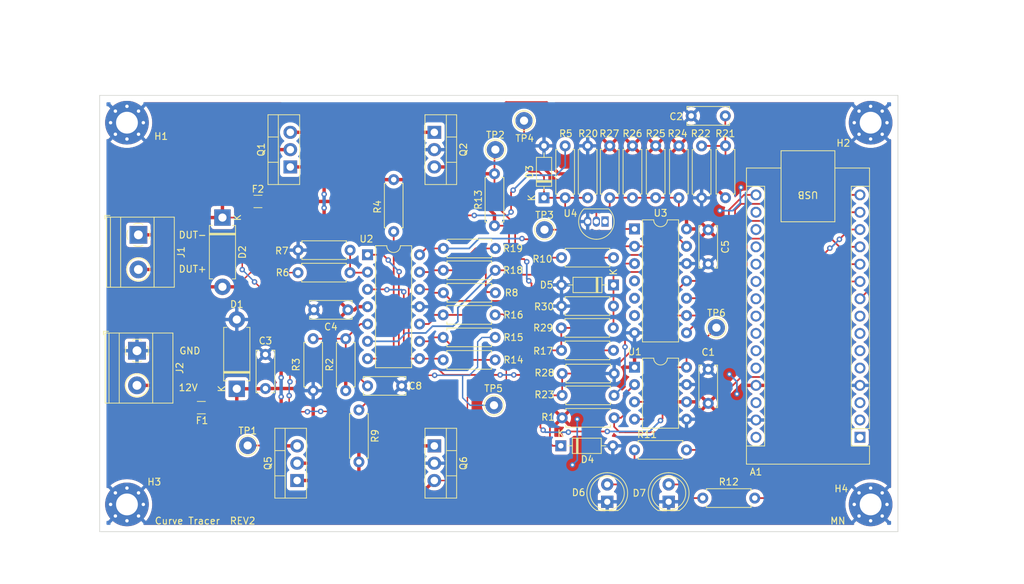
<source format=kicad_pcb>
(kicad_pcb (version 20221018) (generator pcbnew)
  (title_block (title "USB Curve Tracer Layout") (date "2023-08-10") (rev "2"))
  (layers (0 "F.Cu" signal) (31 "B.Cu" signal) (34 "B.Paste" user) (35 "F.Paste" user) (36 "B.SilkS" user "B.Silkscreen") (37 "F.SilkS" user "F.Silkscreen") (38 "B.Mask" user) (39 "F.Mask" user) (44 "Edge.Cuts" user))
  (net 0 "")
  (net 1 "GND")
  (net 4 "+5V")
  (net 10 "Net-(A1-D6)")
  (net 11 "Net-(A1-D7)")
  (net 12 "Net-(A1-D8)")
  (net 13 "Net-(A1-D9)")
  (net 14 "Net-(A1-D10)")
  (net 15 "Net-(A1-D11)")
  (net 16 "+12V")
  (net 17 "Net-(A1-D12)")
  (net 18 "Net-(A1-D13)")
  (net 31 "Net-(U2B-+)")
  (net 32 "/IV_Variation/DUT-")
  (net 33 "/IV_Variation/DUT+")
  (net 34 "Net-(D6-A)")
  (net 35 "Net-(D7-A)")
  (net 36 "Net-(J2-Pin_2)")
  (net 37 "Net-(F2-Pad2)")
  (net 38 "Net-(Q1-G)")
  (net 39 "V{slash}2")
  (net 40 "Net-(Q5-G)")
  (net 41 "Net-(R4-Pad1)")
  (net 42 "Net-(U2A--)")
  (net 43 "/IV_Variation/V{slash}4")
  (net 44 "Net-(U2D-+)")
  (net 45 "Net-(R9-Pad1)")
  (net 46 "Net-(U2C--)")
  (net 47 "/IV_Variation/DUT_V")
  (net 48 "Net-(U2C-+)")
  (net 49 "Net-(U2D--)")
  (net 50 "/IV_Variation/DUT_I")
  (net 51 "Net-(R14-Pad2)")
  (net 52 "/IV_Variation/VADJ")
  (net 56 "Net-(R19-Pad2)")
  (net 57 "Net-(U3-Vref)")
  (footprint "Resistor_THT:R_Axial_DIN0207_L6.3mm_D2.5mm_P7.62mm_Horizontal" (layer "F.Cu") (at 164.492056 76.382944 -90)
    (fp_text reference "R25")
    (fp_text value "10k")
  )
  (footprint "Resistor_THT:R_Axial_DIN0207_L6.3mm_D2.5mm_P7.62mm_Horizontal" (layer "F.Cu") (at 150.79 116.3)
    (fp_text reference "R1")
    (fp_text value "10k")
  )
  (footprint "Resistor_THT:R_Axial_DIN0207_L6.3mm_D2.5mm_P7.62mm_Horizontal" (layer "F.Cu") (at 150.79 109.8)
    (fp_text reference "R28")
    (fp_text value "1k")
  )
  (footprint "TestPoint:TestPoint_THTPad_D2.5mm_Drill1.2mm" (layer "F.Cu") (at 104.697056 120.352944)
    (fp_text reference "TP1")
    (fp_text value "4952")
  )
  (footprint "Diode_THT:D_DO-35_SOD27_P7.62mm_Horizontal" (layer "F.Cu") (at 158.31 96.8 180)
    (fp_text reference "D5")
    (fp_text value "BZX79-C4V7")
  )
  (footprint "Diode_THT:D_DO-15_P10.16mm_Horizontal" (layer "F.Cu") (at 100.997056 86.917944 -90)
    (fp_text reference "D2")
    (fp_text value "SA13CA")
  )
  (footprint "Resistor_THT:R_Axial_DIN0207_L6.3mm_D2.5mm_P7.62mm_Horizontal" (layer "F.Cu") (at 171.397056 128.067944)
    (fp_text reference "R12")
    (fp_text value "619")
  )
  (footprint "Diode_THT:D_DO-35_SOD27_P7.62mm_Horizontal" (layer "F.Cu") (at 148.127056 84.017944 90)
    (fp_text reference "D3")
    (fp_text value "BZX79-C4V7")
  )
  (footprint "TestPoint:TestPoint_THTPad_D2.5mm_Drill1.2mm" (layer "F.Cu") (at 148.2 88.7)
    (fp_text reference "TP3")
    (fp_text value "4952")
  )
  (footprint "Package_TO_SOT_THT:TO-220-3_Vertical" (layer "F.Cu") (at 111.942056 125.492944 90)
    (fp_text reference "Q5")
    (fp_text value "IRF3205")
  )
  (footprint "Resistor_THT:R_Axial_DIN0207_L6.3mm_D2.5mm_P7.62mm_Horizontal" (layer "F.Cu") (at 154.527056 84.017944 90)
    (fp_text reference "R20")
    (fp_text value "1k")
  )
  (footprint "Package_DIP:DIP-8_W7.62mm" (layer "F.Cu") (at 161.397056 108.872944)
    (fp_text reference "U1")
    (fp_text value "MCP4911")
  )
  (footprint "Diode_THT:D_DO-35_SOD27_P7.62mm_Horizontal" (layer "F.Cu") (at 150.59 120.4)
    (fp_text reference "D4")
    (fp_text value "BZX79-C4V7")
  )
  (footprint "MountingHole:MountingHole_3.2mm_M3_Pad_Via" (layer "F.Cu") (at 196 73)
    (fp_text reference "H2")
    (fp_text value "M3")
  )
  (footprint "Resistor_THT:R_Axial_DIN0207_L6.3mm_D2.5mm_P7.62mm_Horizontal" (layer "F.Cu") (at 140.967056 107.797944 180)
    (fp_text reference "R14")
    (fp_text value "10k+/-0.1%")
  )
  (footprint "Resistor_THT:R_Axial_DIN0207_L6.3mm_D2.5mm_P7.62mm_Horizontal" (layer "F.Cu") (at 171.227056 76.407944 -90)
    (fp_text reference "R22")
    (fp_text value "10k")
  )
  (footprint "MountingHole:MountingHole_3.2mm_M3_Pad_Via" (layer "F.Cu") (at 87 73)
    (fp_text reference "H1")
    (fp_text value "M3")
  )
  (footprint "Resistor_THT:R_Axial_DIN0207_L6.3mm_D2.5mm_P7.62mm_Horizontal" (layer "F.Cu") (at 157.762056 76.387944 -90)
    (fp_text reference "R27")
    (fp_text value "10k")
  )
  (footprint "Package_TO_SOT_THT:TO-220-3_Vertical" (layer "F.Cu") (at 110.942056 79.492944 90)
    (fp_text reference "Q1")
    (fp_text value "IRF3205")
  )
  (footprint "Resistor_THT:R_Axial_DIN0207_L6.3mm_D2.5mm_P7.62mm_Horizontal" (layer "F.Cu") (at 119.067056 112.307944 90)
    (fp_text reference "R2")
    (fp_text value "10k")
  )
  (footprint "Resistor_THT:R_Axial_DIN0207_L6.3mm_D2.5mm_P7.62mm_Horizontal" (layer "F.Cu") (at 161.39 121)
    (fp_text reference "R11")
    (fp_text value "619")
  )
  (footprint "TerminalBlock_Phoenix:TerminalBlock_Phoenix_MKDS-1,5-2-5.08_1x02_P5.08mm_Horizontal" (layer "F.Cu") (at 88.470169 106.453452 -90)
    (fp_text reference "J2")
    (fp_text value "Power Input")
  )
  (footprint "Package_TO_SOT_THT:TO-220-3_Vertical" (layer "F.Cu") (at 132.052056 74.412944 -90)
    (fp_text reference "Q2")
    (fp_text value "IRF4905")
  )
  (footprint "Resistor_THT:R_Axial_DIN0207_L6.3mm_D2.5mm_P7.62mm_Horizontal" (layer "F.Cu") (at 151.227056 76.397944 -90)
    (fp_text reference "R5")
    (fp_text value "1k")
  )
  (footprint "Capacitor_THT:C_Disc_D6.0mm_W2.5mm_P5.00mm" (layer "F.Cu") (at 174.7 72 180)
    (fp_text reference "C2")
    (fp_text value "0.1uF")
  )
  (footprint "TerminalBlock_Phoenix:TerminalBlock_Phoenix_MKDS-1,5-2-5.08_1x02_P5.08mm_Horizontal" (layer "F.Cu") (at 88.677669 89.453452 -90)
    (fp_text reference "J1")
    (fp_text value "DUT Connector")
  )
  (footprint "Package_DIP:DIP-14_W7.62mm" (layer "F.Cu") (at 161.397056 88.587944)
    (fp_text reference "U3")
    (fp_text value "MCP3204")
  )
  (footprint "Capacitor_THT:C_Disc_D6.0mm_W2.5mm_P5.00mm" (layer "F.Cu") (at 107.297056 111.997944 90)
    (fp_text reference "C3")
    (fp_text value "10uF")
  )
  (footprint "LED_THT:LED_D5.0mm" (layer "F.Cu") (at 157.397056 128.607944 90)
    (fp_text reference "D6")
    (fp_text value "WP7113SGD")
  )
  (footprint "Fuse:Fuse_1206_3216Metric_Pad1.42x1.75mm_HandSolder" (layer "F.Cu") (at 97.9 114.8)
    (fp_text reference "F1")
    (fp_text value "2A")
  )
  (footprint "Capacitor_THT:C_Disc_D6.0mm_W2.5mm_P5.00mm" (layer "F.Cu") (at 172.197056 88.712944 -90)
    (fp_text reference "C5")
    (fp_text value "0.1uF")
  )
  (footprint "Resistor_THT:R_Axial_DIN0207_L6.3mm_D2.5mm_P7.62mm_Horizontal" (layer "F.Cu") (at 158.31 106.4 180)
    (fp_text reference "R17")
    (fp_text value "10k+/-0.1%")
  )
  (footprint "Capacitor_THT:C_Disc_D6.0mm_W2.5mm_P5.00mm" (layer "F.Cu") (at 122.267056 111.612944)
    (fp_text reference "C8")
    (fp_text value "0.1uF")
  )
  (footprint "Resistor_THT:R_Axial_DIN0207_L6.3mm_D2.5mm_P7.62mm_Horizontal" (layer "F.Cu") (at 167.892056 76.387944 -90)
    (fp_text reference "R24")
    (fp_text value "10k")
  )
  (footprint "Resistor_THT:R_Axial_DIN0207_L6.3mm_D2.5mm_P7.62mm_Horizontal" (layer "F.Cu") (at 150.69 92.8)
    (fp_text reference "R10")
    (fp_text value "250k+/-0.1%")
  )
  (footprint "Resistor_THT:R_Axial_DIN0207_L6.3mm_D2.5mm_P7.62mm_Horizontal" (layer "F.Cu") (at 126.097056 88.972944 90)
    (fp_text reference "R4")
    (fp_text value "1k")
  )
  (footprint "Resistor_THT:R_Axial_DIN0207_L6.3mm_D2.5mm_P7.62mm_Horizontal" (layer "F.Cu") (at 158.31 99.9 180)
    (fp_text reference "R30")
    (fp_text value "1k")
  )
  (footprint "Resistor_THT:R_Axial_DIN0207_L6.3mm_D2.5mm_P7.62mm_Horizontal" (layer "F.Cu") (at 140.997056 97.952944 180)
    (fp_text reference "R8")
    (fp_text value "10k+/-0.1%")
  )
  (footprint "Resistor_THT:R_Axial_DIN0207_L6.3mm_D2.5mm_P7.62mm_Horizontal" (layer "F.Cu") (at 161.092056 76.387944 -90)
    (fp_text reference "R26")
    (fp_text value "10k")
  )
  (footprint "MountingHole:MountingHole_3.2mm_M3_Pad_Via" (layer "F.Cu") (at 196 129)
    (fp_text reference "H4")
    (fp_text value "M3")
  )
  (footprint "Resistor_THT:R_Axial_DIN0207_L6.3mm_D2.5mm_P7.62mm_Horizontal" (layer "F.Cu") (at 174.727056 84.007944 90)
    (fp_text reference "R21")
    (fp_text value "14k")
  )
  (footprint "Resistor_THT:R_Axial_DIN0207_L6.3mm_D2.5mm_P7.62mm_Horizontal" (layer "F.Cu") (at 140.967056 104.497944 180)
    (fp_text reference "R15")
    (fp_text value "10k+/-0.1%")
  )
  (footprint "Resistor_THT:R_Axial_DIN0207_L6.3mm_D2.5mm_P7.62mm_Horizontal" (layer "F.Cu") (at 140.967056 101.197944 180)
    (fp_text reference "R16")
    (fp_text value "10k+/-0.1%")
  )
  (footprint "TestPoint:TestPoint_THTPad_D2.5mm_Drill1.2mm" (layer "F.Cu") (at 145.2 72.7)
    (fp_text reference "TP4")
    (fp_text value "4952")
  )
  (footprint "Module:Arduino_Nano" (layer "F.Cu") (at 194.437056 119.152944 180)
    (fp_text reference "A1")
    (fp_text value "Arduino_Nano_v3.x")
  )
  (footprint "Diode_THT:D_DO-15_P10.16mm_Horizontal" (layer "F.Cu") (at 103.097056 112.032944 90)
    (fp_text reference "D1")
    (fp_text value "SA6.0A")
  )
  (footprint "Package_TO_SOT_THT:TO-92_Inline" (layer "F.Cu") (at 157.07 87.5 180)
    (fp_text reference "U4")
    (fp_text value "LM385BZ-2.5")
  )
  (footprint "TestPoint:TestPoint_THTPad_D2.5mm_Drill1.2mm" (layer "F.Cu") (at 140.997056 76.952944)
    (fp_text reference "TP2")
    (fp_text value "4952")
  )
  (footprint "Capacitor_THT:C_Disc_D6.0mm_W2.5mm_P5.00mm" (layer "F.Cu") (at 172.197056 114.172944 90)
    (fp_text reference "C1")
    (fp_text value "0.1uF")
  )
  (footprint "MountingHole:MountingHole_3.2mm_M3_Pad_Via" (layer "F.Cu") (at 87 129)
    (fp_text reference "H3")
    (fp_text value "M3")
  )
  (footprint "Resistor_THT:R_Axial_DIN0207_L6.3mm_D2.5mm_P7.62mm_Horizontal" (layer "F.Cu") (at 140.997056 91.452944 180)
    (fp_text reference "R19")
    (fp_text value "250k+/-0.1%")
  )
  (footprint "Package_TO_SOT_THT:TO-220-3_Vertical" (layer "F.Cu") (at 132.052056 120.412944 -90)
    (fp_text reference "Q6")
    (fp_text value "IRF4905")
  )
  (footprint "Resistor_THT:R_Axial_DIN0207_L6.3mm_D2.5mm_P7.62mm_Horizontal" (layer "F.Cu") (at 140.867056 88.112944 90)
    (fp_text reference "R13")
    (fp_text value "0.1+/-0.1%")
  )
  (footprint "Resistor_THT:R_Axial_DIN0207_L6.3mm_D2.5mm_P7.62mm_Horizontal" (layer "F.Cu") (at 150.66 103.105)
    (fp_text reference "R29")
    (fp_text value "1k")
  )
  (footprint "Resistor_THT:R_Axial_DIN0207_L6.3mm_D2.5mm_P7.62mm_Horizontal" (layer "F.Cu") (at 158.4 113 180)
    (fp_text reference "R23")
    (fp_text value "1k")
  )
  (footprint "Resistor_THT:R_Axial_DIN0207_L6.3mm_D2.5mm_P7.62mm_Horizontal" (layer "F.Cu") (at 140.987056 94.652944 180)
    (fp_text reference "R18")
    (fp_text value "10k+/-0.1%")
  )
  (footprint "Fuse:Fuse_1206_3216Metric_Pad1.42x1.75mm_HandSolder" (layer "F.Cu") (at 106.197056 84.552944)
    (fp_text reference "F2")
    (fp_text value "1A")
  )
  (footprint "LED_THT:LED_D5.0mm" (layer "F.Cu") (at 166.397056 128.607944 90)
    (fp_text reference "D7")
    (fp_text value "WP7113ID")
  )
  (footprint "Resistor_THT:R_Axial_DIN0207_L6.3mm_D2.5mm_P7.62mm_Horizontal" (layer "F.Cu") (at 120.997056 115.142944 -90)
    (fp_text reference "R9")
    (fp_text value "1k")
  )
  (footprint "Capacitor_THT:C_Disc_D6.0mm_W2.5mm_P5.00mm" (layer "F.Cu") (at 119.387056 100.452944 180)
    (fp_text reference "C4")
    (fp_text value "0.1uF")
  )
  (footprint "Package_DIP:DIP-14_W7.62mm" (layer "F.Cu") (at 122.267056 92.372944)
    (fp_text reference "U2")
    (fp_text value "MCP604")
  )
  (footprint "TestPoint:TestPoint_THTPad_D2.5mm_Drill1.2mm" (layer "F.Cu") (at 140.797056 114.452944)
    (fp_text reference "TP5")
    (fp_text value "TestPoint")
  )
  (footprint "TestPoint:TestPoint_THTPad_D2.5mm_Drill1.2mm" (layer "F.Cu") (at 173.397056 103.067944)
    (fp_text reference "TP6")
    (fp_text value "TestPoint")
  )
  (footprint "Resistor_THT:R_Axial_DIN0207_L6.3mm_D2.5mm_P7.62mm_Horizontal" (layer "F.Cu") (at 119.71 91.7 180)
    (fp_text reference "R7")
    (fp_text value "10k")
  )
  (footprint "Resistor_THT:R_Axial_DIN0207_L6.3mm_D2.5mm_P7.62mm_Horizontal" (layer "F.Cu") (at 114.297056 104.687944 -90)
    (fp_text reference "R3")
    (fp_text value "10k")
  )
  (footprint "Resistor_THT:R_Axial_DIN0207_L6.3mm_D2.5mm_P7.62mm_Horizontal" (layer "F.Cu") (at 119.687056 94.997944 180)
    (fp_text reference "R6")
    (fp_text value "10k")
  )
  (gr_line (start 200 69) (end 200 133) (stroke (width 0.1)) (layer "Edge.Cuts"))
  (gr_line (start 200 133) (end 83 133) (stroke (width 0.1)) (layer "Edge.Cuts"))
  (gr_line (start 83 133) (end 83 69) (stroke (width 0.1)) (layer "Edge.Cuts"))
  (gr_line (start 83 69) (end 200 69) (stroke (width 0.1)) (layer "Edge.Cuts"))
  (gr_text "12V" (at 94.500169 112.453452) (layer "F.SilkS") (effects (font (size 1 1)) (justify left bottom)))
  (gr_text "MN" (at 190 132) (layer "F.SilkS") (effects (font (size 1 1)) (justify left bottom)))
  (gr_text "REV2" (at 102 132) (layer "F.SilkS") (effects (font (size 1 1)) (justify left bottom)))
  (gr_text "DUT+" (at 94.500169 95.053452) (layer "F.SilkS") (effects (font (size 1 1)) (justify left bottom)))
  (gr_text "DUT-" (at 94.500169 90.053452) (layer "F.SilkS") (effects (font (size 1 1)) (justify left bottom)))
  (gr_text "Curve Tracer" (at 91 132) (layer "F.SilkS") (effects (font (size 1 1)) (justify left bottom)))
  (gr_text "GND" (at 94.600169 107.053452) (layer "F.SilkS") (effects (font (size 1 1)) (justify left bottom)))
  (via (at 153 116.5) (size 0.8) (drill 0.4) (layers "F.Cu" "B.Cu") (net 4))
  (via (at 175.3 109.9) (size 0.8) (drill 0.4) (layers "F.Cu" "B.Cu") (net 4))
  (via (at 176.4 112.8) (size 0.8) (drill 0.4) (layers "F.Cu" "B.Cu") (net 4))
  (via (at 173.9 85.9) (size 0.8) (drill 0.4) (layers "F.Cu" "B.Cu") (net 4))
  (via (at 152.3 123.2) (size 0.8) (drill 0.4) (layers "F.Cu" "B.Cu") (net 4))
  (via (at 177 82.5) (size 0.8) (drill 0.4) (layers "F.Cu" "B.Cu") (net 4))
  (segment (start 175.8 85.9) (end 176.9 84.8) (width 0.25) (layer "B.Cu") (net 4))
  (segment (start 173.9 85.9) (end 175.8 85.9) (width 0.25) (layer "B.Cu") (net 4))
  (segment (start 175.3 109.9) (end 176.4 111) (width 0.25) (layer "B.Cu") (net 4))
  (segment (start 153 116.5) (end 153 122.5) (width 0.25) (layer "B.Cu") (net 4))
  (segment (start 176.9 84.8) (end 176.9 82.6) (width 0.25) (layer "B.Cu") (net 4))
  (segment (start 176.9 82.6) (end 177 82.5) (width 0.25) (layer "B.Cu") (net 4))
  (segment (start 153 122.5) (end 152.3 123.2) (width 0.25) (layer "B.Cu") (net 4))
  (segment (start 176.4 111) (end 176.4 112.8) (width 0.25) (layer "B.Cu") (net 4))
  (segment (start 174.727056 79.407944) (end 175.627056 80.307944) (width 0.25) (layer "F.Cu") (net 10))
  (segment (start 195.527056 80.307944) (end 196.527056 81.307944) (width 0.25) (layer "F.Cu") (net 10))
  (segment (start 175.627056 80.307944) (end 195.527056 80.307944) (width 0.25) (layer "F.Cu") (net 10))
  (segment (start 196.527056 96.742944) (end 194.437056 98.832944) (width 0.25) (layer "F.Cu") (net 10))
  (segment (start 174.707056 76.407944) (end 174.727056 76.387944) (width 0.25) (layer "F.Cu") (net 10))
  (segment (start 196.527056 81.307944) (end 196.527056 96.742944) (width 0.25) (layer "F.Cu") (net 10))
  (segment (start 174.7 76.360888) (end 174.727056 76.387944) (width 0.25) (layer "F.Cu") (net 10))
  (segment (start 171.227056 76.407944) (end 174.707056 76.407944) (width 0.25) (layer "F.Cu") (net 10))
  (segment (start 174.727056 76.387944) (end 174.727056 79.407944) (width 0.25) (layer "F.Cu") (net 10))
  (segment (start 174.7 72) (end 174.7 76.360888) (width 0.25) (layer "F.Cu") (net 10))
  (segment (start 182.167056 128.067944) (end 189.527056 120.707944) (width 0.25) (layer "F.Cu") (net 11))
  (segment (start 189.527056 98.107944) (end 191.342056 96.292944) (width 0.25) (layer "F.Cu") (net 11))
  (segment (start 191.342056 96.292944) (end 194.437056 96.292944) (width 0.25) (layer "F.Cu") (net 11))
  (segment (start 189.527056 120.707944) (end 189.527056 98.107944) (width 0.25) (layer "F.Cu") (net 11))
  (segment (start 179.017056 128.067944) (end 182.167056 128.067944) (width 0.25) (layer "F.Cu") (net 11))
  (segment (start 174.819112 121) (end 175.627056 121.807944) (width 0.25) (layer "F.Cu") (net 12))
  (segment (start 169.01 121) (end 174.819112 121) (width 0.25) (layer "F.Cu") (net 12))
  (segment (start 175.627056 121.807944) (end 185.927056 121.807944) (width 0.25) (layer "F.Cu") (net 12))
  (segment (start 185.927056 121.807944) (end 187.527056 120.207944) (width 0.25) (layer "F.Cu") (net 12))
  (segment (start 187.527056 97.907944) (end 191.682056 93.752944) (width 0.25) (layer "F.Cu") (net 12))
  (segment (start 191.682056 93.752944) (end 194.437056 93.752944) (width 0.25) (layer "F.Cu") (net 12))
  (segment (start 187.527056 120.207944) (end 187.527056 97.907944) (width 0.25) (layer "F.Cu") (net 12))
  (segment (start 177.827056 90.307944) (end 178.127056 90.007944) (width 0.25) (layer "F.Cu") (net 13))
  (segment (start 177.827056 95.207944) (end 177.827056 90.307944) (width 0.25) (layer "F.Cu") (net 13))
  (segment (start 190.227056 90.007944) (end 191.432056 91.212944) (width 0.25) (layer "F.Cu") (net 13))
  (segment (start 172.127056 100.707944) (end 172.327056 100.707944) (width 0.25) (layer "F.Cu") (net 13))
  (segment (start 178.127056 90.007944) (end 190.227056 90.007944) (width 0.25) (layer "F.Cu") (net 13))
  (segment (start 172.127056 100.717944) (end 172.127056 100.707944) (width 0.25) (layer "F.Cu") (net 13))
  (segment (start 169.017056 103.827944) (end 172.127056 100.717944) (width 0.25) (layer "F.Cu") (net 13))
  (segment (start 191.432056 91.212944) (end 194.437056 91.212944) (width 0.25) (layer "F.Cu") (net 13))
  (segment (start 172.327056 100.707944) (end 177.827056 95.207944) (width 0.25) (layer "F.Cu") (net 13))
  (segment (start 158.41 117.61) (end 159.2 118.4) (width 0.25) (layer "F.Cu") (net 14))
  (segment (start 185.227056 110.307944) (end 177.027056 110.307944) (width 0.25) (layer "F.Cu") (net 14))
  (segment (start 174.727056 112.607944) (end 174.727056 116.807944) (width 0.25) (layer "F.Cu") (net 14))
  (segment (start 186.627056 108.907944) (end 185.227056 110.307944) (width 0.25) (layer "F.Cu") (net 14))
  (segment (start 159.8 113.01) (end 161.397056 111.412944) (width 0.25) (layer "F.Cu") (net 14))
  (segment (start 158.41 116.3) (end 158.41 117.61) (width 0.25) (layer "F.Cu") (net 14))
  (segment (start 173.127056 118.407944) (end 160.027056 118.407944) (width 0.25) (layer "F.Cu") (net 14))
  (segment (start 186.627056 94.807944) (end 186.627056 108.907944) (width 0.25) (layer "F.Cu") (net 14))
  (segment (start 159.2 118.4) (end 160.019112 118.4) (width 0.25) (layer "F.Cu") (net 14))
  (segment (start 192.862056 88.672944) (end 194.437056 88.672944) (width 0.25) (layer "F.Cu") (net 14))
  (segment (start 158.41 116.3) (end 159.4 116.3) (width 0.25) (layer "F.Cu") (net 14))
  (segment (start 177.027056 110.307944) (end 174.727056 112.607944) (width 0.25) (layer "F.Cu") (net 14))
  (segment (start 174.727056 116.807944) (end 173.127056 118.407944) (width 0.25) (layer "F.Cu") (net 14))
  (segment (start 160.019112 118.4) (end 160.027056 118.407944) (width 0.25) (layer "F.Cu") (net 14))
  (segment (start 190.027056 91.407944) (end 186.627056 94.807944) (width 0.25) (layer "F.Cu") (net 14))
  (segment (start 159.8 115.9) (end 159.8 113.01) (width 0.25) (layer "F.Cu") (net 14))
  (segment (start 191.427056 90.107944) (end 192.862056 88.672944) (width 0.25) (layer "F.Cu") (net 14))
  (segment (start 159.4 116.3) (end 159.8 115.9) (width 0.25) (layer "F.Cu") (net 14))
  (via (at 190.027056 91.407944) (size 0.8) (drill 0.4) (layers "F.Cu" "B.Cu") (net 14))
  (via (at 191.427056 90.107944) (size 0.8) (drill 0.4) (layers "F.Cu" "B.Cu") (net 14))
  (segment (start 190.127056 91.407944) (end 191.427056 90.107944) (width 0.25) (layer "B.Cu") (net 14))
  (segment (start 190.027056 91.407944) (end 190.127056 91.407944) (width 0.25) (layer "B.Cu") (net 14))
  (segment (start 170.347056 101.287944) (end 172.027056 99.607944) (width 0.25) (layer "F.Cu") (net 15))
  (segment (start 164.627056 115.507944) (end 164.627056 104.107944) (width 0.25) (layer "F.Cu") (net 15))
  (segment (start 177.827056 87.407944) (end 189.027056 87.407944) (width 0.25) (layer "F.Cu") (net 15))
  (segment (start 172.427056 99.607944) (end 177.027056 95.007944) (width 0.25) (layer "F.Cu") (net 15))
  (segment (start 189.027056 87.407944) (end 190.302056 86.132944) (width 0.25) (layer "F.Cu") (net 15))
  (segment (start 164.627056 104.107944) (end 167.447056 101.287944) (width 0.25) (layer "F.Cu") (net 15))
  (segment (start 172.027056 99.607944) (end 172.427056 99.607944) (width 0.25) (layer "F.Cu") (net 15))
  (segment (start 177.027056 88.207944) (end 177.827056 87.407944) (width 0.25) (layer "F.Cu") (net 15))
  (segment (start 163.642056 116.492944) (end 164.627056 115.507944) (width 0.25) (layer "F.Cu") (net 15))
  (segment (start 169.017056 101.287944) (end 170.347056 101.287944) (width 0.25) (layer "F.Cu") (net 15))
  (segment (start 167.447056 101.287944) (end 169.017056 101.287944) (width 0.25) (layer "F.Cu") (net 15))
  (segment (start 190.302056 86.132944) (end 194.437056 86.132944) (width 0.25) (layer "F.Cu") (net 15))
  (segment (start 161.397056 116.492944) (end 163.642056 116.492944) (width 0.25) (layer "F.Cu") (net 15))
  (segment (start 177.027056 95.007944) (end 177.027056 88.207944) (width 0.25) (layer "F.Cu") (net 15))
  (segment (start 115.9 96.965888) (end 119.387056 100.452944) (width 0.5) (layer "F.Cu") (net 16))
  (segment (start 108.4 77) (end 108.4 72.3) (width 0.5) (layer "F.Cu") (net 16))
  (segment (start 114.3 122.3) (end 113.647056 122.952944) (width 0.5) (layer "F.Cu") (net 16))
  (segment (start 118.6 110.2) (end 119.067056 110.667056) (width 0.5) (layer "F.Cu") (net 16))
  (segment (start 112.1 105.9) (end 112.1 103) (width 0.5) (layer "F.Cu") (net 16))
  (segment (start 150.3 80.5) (end 171.219112 80.5) (width 0.5) (layer "F.Cu") (net 16))
  (segment (start 112.1 103) (end 112.5 102.6) (width 0.5) (layer "F.Cu") (net 16))
  (segment (start 114.3 114.5) (end 114.3 122.3) (width 0.5) (layer "F.Cu") (net 16))
  (segment (start 113.647056 122.952944) (end 111.942056 122.952944) (width 0.5) (layer "F.Cu") (net 16))
  (segment (start 120.807056 99.992944) (end 122.267056 99.992944) (width 0.5) (layer "F.Cu") (net 16))
  (segment (start 112 111.6) (end 112 110.9) (width 0.5) (layer "F.Cu") (net 16))
  (segment (start 109.7 71) (end 141.7 71) (width 0.5) (layer "F.Cu") (net 16))
  (segment (start 111.75 111.85) (end 112.3 112.4) (width 0.5) (layer "F.Cu") (net 16))
  (segment (start 112.3 112.4) (end 112.3 114) (width 0.5) (layer "F.Cu") (net 16))
  (segment (start 149.6 79.8) (end 150.3 80.5) (width 0.5) (layer "F.Cu") (net 16))
  (segment (start 141.7 71) (end 142.6 70.1) (width 0.5) (layer "F.Cu") (net 16))
  (segment (start 112.3 114) (end 112.6 114.3) (width 0.5) (layer "F.Cu") (net 16))
  (segment (start 108.4 78.2) (end 108.4 81.1) (width 0.5) (layer "F.Cu") (net 16))
  (segment (start 115.9 82.2) (end 115.9 83.5) (width 0.5) (layer "F.Cu") (net 16))
  (segment (start 114.1 114.3) (end 114.3 114.5) (width 0.5) (layer "F.Cu") (net 16))
  (segment (start 111.75 111.85) (end 112 111.6) (width 0.5) (layer "F.Cu") (net 16))
  (segment (start 108.4 78.2) (end 108.4 77) (width 0.5) (layer "F.Cu") (net 16))
  (segment (start 103.097056 112.032944) (end 107.262056 112.032944) (width 0.5) (layer "F.Cu") (net 16))
  (segment (start 120.347056 100.452944) (end 120.807056 99.992944) (width 0.5) (layer "F.Cu") (net 16))
  (segment (start 112.6 114.3) (end 114.1 114.3) (width 0.5) (layer "F.Cu") (net 16))
  (segment (start 113.5 110.2) (end 118.6 110.2) (width 0.5) (layer "F.Cu") (net 16))
  (segment (start 113 81.9) (end 115.6 81.9) (width 0.5) (layer "F.Cu") (net 16))
  (segment (start 108.4 72.3) (end 109.7 71) (width 0.5) (layer "F.Cu") (net 16))
  (segment (start 108.9 77) (end 108.4 77) (width 0.5) (layer "F.Cu") (net 16))
  (segment (start 115.6 81.9) (end 115.9 82.2) (width 0.5) (layer "F.Cu") (net 16))
  (segment (start 108.6 81.3) (end 109.2 81.9) (width 0.5) (layer "F.Cu") (net 16))
  (segment (start 112.7 110.2) (end 113.5 110.2) (width 0.5) (layer "F.Cu") (net 16))
  (segment (start 171.219112 80.5) (end 174.727056 84.007944) (width 0.5) (layer "F.Cu") (net 16))
  (segment (start 107.297056 111.997944) (end 111.602056 111.997944) (width 0.5) (layer "F.Cu") (net 16))
  (segment (start 110.942056 76.952944) (end 108.947056 76.952944) (width 0.5) (layer "F.Cu") (net 16))
  (segment (start 112 110.9) (end 112.7 110.2) (width 0.5) (layer "F.Cu") (net 16))
  (segment (start 119.387056 100.452944) (end 120.347056 100.452944) (width 0.5) (layer "F.Cu") (net 16))
  (segment (start 117.24 102.6) (end 119.387056 100.452944) (width 0.5) (layer "F.Cu") (net 16))
  (segment (start 108.4 81.1) (end 108.6 81.3) (width 0.5) (layer "F.Cu") (net 16))
  (segment (start 113.5 110.2) (end 113.5 107.3) (width 0.5) (layer "F.Cu") (net 16))
  (segment (start 112.5 102.6) (end 117.24 102.6) (width 0.5) (layer "F.Cu") (net 16))
  (segment (start 111.602056 111.997944) (end 111.75 111.85) (width 0.5) (layer "F.Cu") (net 16))
  (segment (start 148.5 70.1) (end 149.6 71.2) (width 0.5) (layer "F.Cu") (net 16))
  (segment (start 142.6 70.1) (end 148.5 70.1) (width 0.5) (layer "F.Cu") (net 16))
  (segment (start 103.097056 114.002944) (end 103.097056 112.032944) (width 0.5) (layer "F.Cu") (net 16))
  (segment (start 109.2 81.9) (end 113 81.9) (width 0.5) (layer "F.Cu") (net 16))
  (segment (start 102.3 114.8) (end 103.097056 114.002944) (width 0.5) (layer "F.Cu") (net 16))
  (segment (start 113.5 107.3) (end 112.1 105.9) (width 0.5) (layer "F.Cu") (net 16))
  (segment (start 119.067056 110.667056) (end 119.067056 112.307944) (width 0.5) (layer "F.Cu") (net 16))
  (segment (start 107.262056 112.032944) (end 107.297056 111.997944) (width 0.5) (layer "F.Cu") (net 16))
  (segment (start 108.947056 76.952944) (end 108.9 77) (width 0.5) (layer "F.Cu") (net 16))
  (segment (start 115.9 85.5) (end 115.9 96.965888) (width 0.5) (layer "F.Cu") (net 16))
  (segment (start 99.3875 114.8) (end 102.3 114.8) (width 0.5) (layer "F.Cu") (net 16))
  (segment (start 149.6 71.2) (end 149.6 79.8) (width 0.5) (layer "F.Cu") (net 16))
  (via (at 115.9 83.5) (size 0.8) (drill 0.4) (layers "F.Cu" "B.Cu") (net 16))
  (via (at 115.9 85.5) (size 0.8) (drill 0.4) (layers "F.Cu" "B.Cu") (net 16))
  (segment (start 115.9 83.5) (end 115.9 85.5) (width 0.5) (layer "B.Cu") (net 16))
  (segment (start 177.027056 84.907944) (end 187.927056 84.907944) (width 0.25) (layer "F.Cu") (net 17))
  (segment (start 169.017056 98.747944) (end 172.287056 98.747944) (width 0.25) (layer "F.Cu") (net 17))
  (segment (start 176.127056 94.907944) (end 176.127056 85.807944) (width 0.25) (layer "F.Cu") (net 17))
  (segment (start 189.242056 83.592944) (end 194.437056 83.592944) (width 0.25) (layer "F.Cu") (net 17))
  (segment (start 172.287056 98.747944) (end 176.127056 94.907944) (width 0.25) (layer "F.Cu") (net 17))
  (segment (start 176.127056 85.807944) (end 177.027056 84.907944) (width 0.25) (layer "F.Cu") (net 17))
  (segment (start 187.927056 84.907944) (end 189.242056 83.592944) (width 0.25) (layer "F.Cu") (net 17))
  (segment (start 177.442056 83.592944) (end 175.227056 85.807944) (width 0.25) (layer "F.Cu") (net 18))
  (segment (start 161.397056 113.952944) (end 162.882056 113.952944) (width 0.25) (layer "F.Cu") (net 18))
  (segment (start 169.017056 96.207944) (end 174.027056 96.207944) (width 0.25) (layer "F.Cu") (net 18))
  (segment (start 179.197056 83.592944) (end 177.442056 83.592944) (width 0.25) (layer "F.Cu") (net 18))
  (segment (start 175.227056 85.807944) (end 175.227056 95.007944) (width 0.25) (layer "F.Cu") (net 18))
  (segment (start 174.027056 96.207944) (end 175.227056 95.007944) (width 0.25) (layer "F.Cu") (net 18))
  (segment (start 163.527056 101.697944) (end 169.017056 96.207944) (width 0.25) (layer "F.Cu") (net 18))
  (segment (start 162.882056 113.952944) (end 163.527056 113.307944) (width 0.25) (layer "F.Cu") (net 18))
  (segment (start 163.527056 113.307944) (end 163.527056 101.697944) (width 0.25) (layer "F.Cu") (net 18))
  (segment (start 114.297056 104.687944) (end 119.067056 104.687944) (width 0.25) (layer "F.Cu") (net 31))
  (segment (start 121.222056 102.532944) (end 122.267056 102.532944) (width 0.25) (layer "F.Cu") (net 31))
  (segment (start 119.067056 104.687944) (end 121.222056 102.532944) (width 0.25) (layer "F.Cu") (net 31))
  (segment (start 119.067056 104.687944) (end 119.067056 108.412944) (width 0.25) (layer "F.Cu") (net 31))
  (segment (start 119.067056 108.412944) (end 122.267056 111.612944) (width 0.25) (layer "F.Cu") (net 31))
  (segment (start 103.897056 87.902944) (end 103.9 87.9) (width 0.25) (layer "F.Cu") (net 32))
  (segment (start 132.097056 110.052944) (end 130.497056 110.052944) (width 0.2) (layer "F.Cu") (net 32))
  (segment (start 110.772757 114.228645) (end 111.949986 115.405874) (width 0.2) (layer "F.Cu") (net 32))
  (segment (start 119.797056 116.852944) (end 118.297056 115.352944) (width 0.2) (layer "F.Cu") (net 32))
  (segment (start 123.597056 116.852944) (end 119.797056 116.852944) (width 0.2) (layer "F.Cu") (net 32))
  (segment (start 129.897056 110.652944) (end 129.897056 112.752944) (width 0.2) (layer "F.Cu") (net 32))
  (segment (start 129.897056 112.752944) (end 128.197056 114.452944) (width 0.2) (layer "F.Cu") (net 32))
  (segment (start 102.917944 86.917944) (end 103.9 87.9) (width 0.25) (layer "F.Cu") (net 32))
  (segment (start 110.895617 101.551505) (end 110.895617 110.996321) (width 0.2) (layer "F.Cu") (net 32))
  (segment (start 103.897056 92.352944) (end 103.897056 94.552944) (width 0.2) (layer "F.Cu") (net 32))
  (segment (start 125.997056 114.452944) (end 123.597056 116.852944) (width 0.2) (layer "F.Cu") (net 32))
  (segment (start 111.949986 115.405874) (end 113.4505 115.405874) (width 0.2) (layer "F.Cu") (net 32))
  (segment (start 100.997056 84.902944) (end 101.4 84.5) (width 0.5) (layer "F.Cu") (net 32))
  (segment (start 98.282056 86.917944) (end 100.997056 86.917944) (width 0.5) (layer "F.Cu") (net 32))
  (segment (start 110.772757 113.036121) (end 110.772757 114.228645) (width 0.2) (layer "F.Cu") (net 32))
  (segment (start 97.346548 89.453452) (end 98 88.8) (width 0.5) (layer "F.Cu") (net 32))
  (segment (start 98 87.2) (end 98.282056 86.917944) (width 0.5) (layer "F.Cu") (net 32))
  (segment (start 118.297056 115.352944) (end 115.397056 115.352944) (width 0.2) (layer "F.Cu") (net 32))
  (segment (start 103.897056 92.352944) (end 103.897056 87.902944) (width 0.25) (layer "F.Cu") (net 32))
  (segment (start 100.997056 86.917944) (end 102.917944 86.917944) (width 0.25) (layer "F.Cu") (net 32))
  (segment (start 101.4 84.5) (end 104.656612 84.5) (width 0.5) (layer "F.Cu") (net 32))
  (segment (start 98 88.8) (end 98 87.2) (width 0.5) (layer "F.Cu") (net 32))
  (segment (start 88.677669 89.453452) (end 97.346548 89.453452) (width 0.5) (layer "F.Cu") (net 32))
  (segment (start 100.997056 86.917944) (end 100.997056 84.902944) (width 0.5) (layer "F.Cu") (net 32))
  (segment (start 105.697056 96.352944) (end 110.895617 101.551505) (width 0.2) (layer "F.Cu") (net 32))
  (segment (start 130.497056 110.052944) (end 129.897056 110.652944) (width 0.2) (layer "F.Cu") (net 32))
  (segment (start 104.656612 84.5) (end 104.709556 84.552944) (width 0.5) (layer "F.Cu") (net 32))
  (segment (start 128.197056 114.452944) (end 125.997056 114.452944) (width 0.2) (layer "F.Cu") (net 32))
  (via (at 113.4505 115.405874) (size 0.8) (drill 0.4) (layers "F.Cu" "B.Cu") (net 32))
  (via (at 115.397056 115.352944) (size 0.8) (drill 0.4) (layers "F.Cu" "B.Cu") (net 32))
  (via (at 132.097056 110.052944) (size 0.8) (drill 0.4) (layers "F.Cu" "B.Cu") (net 32))
  (via (at 110.895617 110.996321) (size 0.8) (drill 0.4) (layers "F.Cu" "B.Cu") (net 32))
  (via (at 105.697056 96.352944) (size 0.8) (drill 0.4) (layers "F.Cu" "B.Cu") (net 32))
  (via (at 103.897056 94.552944) (size 0.8) (drill 0.4) (layers "F.Cu" "B.Cu") (net 32))
  (via (at 110.772757 113.036121) (size 0.8) (drill 0.4) (layers "F.Cu" "B.Cu") (net 32))
  (segment (start 115.397056 115.352944) (end 113.50343 115.352944) (width 0.2) (layer "B.Cu") (net 32))
  (segment (start 110.772757 111.119181) (end 110.772757 113.036121) (width 0.2) (layer "B.Cu") (net 32))
  (segment (start 136.197056 113.352944) (end 137.297056 114.452944) (width 0.2) (layer "B.Cu") (net 32))
  (segment (start 136.197056 110.052944) (end 137.197056 110.052944) (width 0.2) (layer "B.Cu") (net 32))
  (segment (start 132.097056 110.052944) (end 136.197056 110.052944) (width 0.2) (layer "B.Cu") (net 32))
  (segment (start 138.397056 108.852944) (end 138.397056 105.152944) (width 0.2) (layer "B.Cu") (net 32))
  (segment (start 139.052056 104.497944) (end 140.967056 104.497944) (width 0.2) (layer "B.Cu") (net 32))
  (segment (start 137.297056 114.452944) (end 140.797056 114.452944) (width 0.2) (layer "B.Cu") (net 32))
  (segment (start 110.895617 110.996321) (end 110.772757 111.119181) (width 0.2) (layer "B.Cu") (net 32))
  (segment (start 113.50343 115.352944) (end 113.4505 115.405874) (width 0.2) (layer "B.Cu") (net 32))
  (segment (start 137.197056 110.052944) (end 138.397056 108.852944) (width 0.2) (layer "B.Cu") (net 32))
  (segment (start 103.897056 94.552944) (end 105.697056 96.352944) (width 0.2) (layer "B.Cu") (net 32))
  (segment (start 138.397056 105.152944) (end 139.052056 104.497944) (width 0.2) (layer "B.Cu") (net 32))
  (segment (start 136.197056 110.052944) (end 136.197056 113.352944) (width 0.2) (layer "B.Cu") (net 32))
  (segment (start 109.6 120.412944) (end 109.387056 120.412944) (width 0.5) (layer "F.Cu") (net 33))
  (segment (start 136.9 113.3) (end 138.6 111.6) (width 0.2) (layer "F.Cu") (net 33))
  (segment (start 98.3 97.1) (end 98.322056 97.077944) (width 0.5) (layer "F.Cu") (net 33))
  (segment (start 109.387056 120.412944) (end 109.2 120.6) (width 0.5) (layer "F.Cu") (net 33))
  (segment (start 111.942056 120.412944) (end 109.6 120.412944) (width 0.5) (layer "F.Cu") (net 33))
  (segment (start 136.107056 125.492944) (end 136.9 124.7) (width 0.2) (layer "F.Cu") (net 33))
  (segment (start 105.102056 94.997944) (end 104.2 95.9) (width 0.2) (layer "F.Cu") (net 33))
  (segment (start 104.697056 120.352944) (end 106.452944 120.352944) (width 0.25) (layer "F.Cu") (net 33))
  (segment (start 104.2 95.9) (end 104.2 97.077944) (width 0.2) (layer "F.Cu") (net 33))
  (segment (start 142.1 101.1) (end 141.065 101.1) (width 0.2) (layer "F.Cu") (net 33))
  (segment (start 129.645 127.9) (end 132.052056 125.492944) (width 0.5) (layer "F.Cu") (net 33))
  (segment (start 142.6 111.3) (end 142.6 101.6) (width 0.2) (layer "F.Cu") (net 33))
  (segment (start 142.3 111.6) (end 142.6 111.3) (width 0.2) (layer "F.Cu") (net 33))
  (segment (start 109.6 102.3) (end 109.6 110.4) (width 0.5) (layer "F.Cu") (net 33))
  (segment (start 112.067056 94.997944) (end 105.102056 94.997944) (width 0.2) (layer "F.Cu") (net 33))
  (segment (start 96.933452 94.533452) (end 97.8 95.4) (width 0.5) (layer "F.Cu") (net 33))
  (segment (start 106.452944 120.352944) (end 107.4 121.3) (width 0.25) (layer "F.Cu") (net 33))
  (segment (start 109.2 120.6) (end 109.2 121.3) (width 0.5) (layer "F.Cu") (net 33))
  (segment (start 132.052056 125.492944) (end 136.107056 125.492944) (width 0.2) (layer "F.Cu") (net 33))
  (segment (start 142.6 101.6) (end 142.1 101.1) (width 0.2) (layer "F.Cu") (net 33))
  (segment (start 97.8 95.4) (end 97.8 96.6) (width 0.5) (layer "F.Cu") (net 33))
  (segment (start 98.322056 97.077944) (end 100.997056 97.077944) (width 0.5) (layer "F.Cu") (net 33))
  (segment (start 97.8 96.6) (end 98.3 97.1) (width 0.5) (layer "F.Cu") (net 33))
  (segment (start 104.377944 97.077944) (end 109.1 101.8) (width 0.5) (layer "F.Cu") (net 33))
  (segment (start 107.4 121.3) (end 109.2 121.3) (width 0.25) (layer "F.Cu") (net 33))
  (segment (start 109.4 127.9) (end 129.645 127.9) (width 0.5) (layer "F.Cu") (net 33))
  (segment (start 109.1 101.8) (end 109.6 102.3) (width 0.5) (layer "F.Cu") (net 33))
  (segment (start 109.6 113.2) (end 109.6 120.412944) (width 0.5) (layer "F.Cu") (net 33))
  (segment (start 109.2 127.7) (end 109.4 127.9) (width 0.5) (layer "F.Cu") (net 33))
  (segment (start 109.2 121.3) (end 109.2 127.7) (width 0.5) (layer "F.Cu") (net 33))
  (segment (start 138.6 111.6) (end 142.3 111.6) (width 0.2) (layer "F.Cu") (net 33))
  (segment (start 88.677669 94.533452) (end 96.933452 94.533452) (width 0.5) (layer "F.Cu") (net 33))
  (segment (start 100.997056 97.077944) (end 104.377944 97.077944) (width 0.5) (layer "F.Cu") (net 33))
  (segment (start 141.065 101.1) (end 140.967056 101.197944) (width 0.2) (layer "F.Cu") (net 33))
  (segment (start 136.9 124.7) (end 136.9 113.3) (width 0.2) (layer "F.Cu") (net 33))
  (via (at 109.6 110.4) (size 0.8) (drill 0.4) (layers "F.Cu" "B.Cu") (net 33))
  (via (at 109.6 113.2) (size 0.8) (drill 0.4) (layers "F.Cu" "B.Cu") (net 33))
  (segment (start 109.6 110.4) (end 109.6 113.2) (width 0.5) (layer "B.Cu") (net 33))
  (segment (start 157.397056 126.067944) (end 160.532056 126.067944) (width 0.25) (layer "F.Cu") (net 34))
  (segment (start 161.39 125.21) (end 161.39 121) (width 0.25) (layer "F.Cu") (net 34))
  (segment (start 160.532056 126.067944) (end 161.39 125.21) (width 0.25) (layer "F.Cu") (net 34))
  (segment (start 169.327056 126.507944) (end 169.327056 127.707944) (width 0.25) (layer "F.Cu") (net 35))
  (segment (start 169.327056 127.707944) (end 169.687056 128.067944) (width 0.25) (layer "F.Cu") (net 35))
  (segment (start 169.687056 128.067944) (end 171.397056 128.067944) (width 0.25) (layer "F.Cu") (net 35))
  (segment (start 168.887056 126.067944) (end 169.327056 126.507944) (width 0.25) (layer "F.Cu") (net 35))
  (segment (start 166.397056 126.067944) (end 168.887056 126.067944) (width 0.25) (layer "F.Cu") (net 35))
  (segment (start 93.1 112.1) (end 93.1 114.4) (width 0.5) (layer "F.Cu") (net 36))
  (segment (start 93.3 114.6) (end 96.2125 114.6) (width 0.5) (layer "F.Cu") (net 36))
  (segment (start 96.2125 114.6) (end 96.4125 114.8) (width 0.5) (layer "F.Cu") (net 36))
  (segment (start 92.533452 111.533452) (end 93.1 112.1) (width 0.5) (layer "F.Cu") (net 36))
  (segment (start 93.1 114.4) (end 93.3 114.6) (width 0.5) (layer "F.Cu") (net 36))
  (segment (start 88.470169 111.533452) (end 92.533452 111.533452) (width 0.5) (layer "F.Cu") (net 36))
  (segment (start 139.597056 93.252944) (end 139.597056 97.652944) (width 0.25) (layer "F.Cu") (net 37))
  (segment (start 142.357056 88.112944) (end 142.997056 88.752944) (width 0.25) (layer "F.Cu") (net 37))
  (segment (start 142.697056 92.852944) (end 139.997056 92.852944) (width 0.25) (layer "F.Cu") (net 37))
  (segment (start 138.952944 84.552944) (end 140.867056 86.467056) (width 0.5) (layer "F.Cu") (net 37))
  (segment (start 107.684556 84.552944) (end 138.952944 84.552944) (width 0.5) (layer "F.Cu") (net 37))
  (segment (start 140.867056 86.467056) (end 140.867056 88.112944) (width 0.5) (layer "F.Cu") (net 37))
  (segment (start 142.997056 88.752944) (end 142.997056 92.552944) (width 0.25) (layer "F.Cu") (net 37))
  (segment (start 139.797056 97.852944) (end 140.897056 97.852944) (width 0.25) (layer "F.Cu") (net 37))
  (segment (start 139.597056 97.652944) (end 139.797056 97.852944) (width 0.25) (layer "F.Cu") (net 37))
  (segment (start 139.997056 92.852944) (end 139.597056 93.252944) (width 0.25) (layer "F.Cu") (net 37))
  (segment (start 140.867056 88.112944) (end 142.357056 88.112944) (width 0.25) (layer "F.Cu") (net 37))
  (segment (start 142.997056 92.552944) (end 142.697056 92.852944) (width 0.25) (layer "F.Cu") (net 37))
  (segment (start 127.647056 81.352944) (end 128.5 80.5) (width 0.5) (layer "F.Cu") (net 38))
  (segment (start 118.792944 79.492944) (end 120.652944 81.352944) (width 0.5) (layer "F.Cu") (net 38))
  (segment (start 120.652944 81.352944) (end 126.097056 81.352944) (width 0.5) (layer "F.Cu") (net 38))
  (segment (start 126.097056 81.352944) (end 127.647056 81.352944) (width 0.5) (layer "F.Cu") (net 38))
  (segment (start 130.087056 74.412944) (end 132.052056 74.412944) (width 0.5) (layer "F.Cu") (net 38))
  (segment (start 110.942056 79.492944) (end 118.792944 79.492944) (width 0.5) (layer "F.Cu") (net 38))
  (segment (start 128.5 76) (end 130.087056 74.412944) (width 0.5) (layer "F.Cu") (net 38))
  (segment (start 128.5 80.5) (end 128.5 76) (width 0.5) (layer "F.Cu") (net 38))
  (segment (start 140.987056 94.652944) (end 143.247056 94.652944) (width 0.25) (layer "F.Cu") (net 39))
  (segment (start 143.9 94) (end 143.897056 93.997056) (width 0.25) (layer "F.Cu") (net 39))
  (segment (start 147.3 106.4) (end 146.3 105.4) (width 0.25) (layer "F.Cu") (net 39))
  (segment (start 150.66 103.105) (end 150.66 106.37) (width 0.25) (layer "F.Cu") (net 39))
  (segment (start 133.9 72.4) (end 134.3 72.8) (width 0.5) (layer "F.Cu") (net 39))
  (segment (start 146.3 105.4) (end 146.3 96.6) (width 0.25) (layer "F.Cu") (net 39))
  (segment (start 136.5 78.6) (end 136.5 79.7) (width 0.5) (layer "F.Cu") (net 39))
  (segment (start 145.2 93) (end 145.6 93.4) (width 0.25) (layer "F.Cu") (net 39))
  (segment (start 133.707056 79.492944) (end 132.052056 79.492944) (width 0.5) (layer "F.Cu") (net 39))
  (segment (start 110.942056 74.412944) (end 126.487056 74.412944) (width 0.5) (layer "F.Cu") (net 39))
  (segment (start 143.247056 94.652944) (end 143.9 94) (width 0.25) (layer "F.Cu") (net 39))
  (segment (start 143.897056 87.952944) (end 143.897056 93) (width 0.25) (layer "F.Cu") (net 39))
  (segment (start 158.31 92.8) (end 154.9 92.8) (width 0.25) (layer "F.Cu") (net 39))
  (segment (start 154.9 92.8) (end 154.1 93.6) (width 0.25) (layer "F.Cu") (net 39))
  (segment (start 136.2 78.3) (end 136.5 78.6) (width 0.5) (layer "F.Cu") (net 39))
  (segment (start 134.3 78.3) (end 136.2 78.3) (width 0.5) (layer "F.Cu") (net 39))
  (segment (start 134.3 78.9) (end 133.707056 79.492944) (width 0.5) (layer "F.Cu") (net 39))
  (segment (start 140.867056 80.492944) (end 140.867056 84.922944) (width 0.25) (layer "F.Cu") (net 39))
  (segment (start 143.897056 93.997056) (end 143.897056 93) (width 0.25) (layer "F.Cu") (net 39))
  (segment (start 140.867056 80.492944) (end 140.867056 77.082944) (width 0.25) (layer "F.Cu") (net 39))
  (segment (start 150.66 106.37) (end 150.69 106.4) (width 0.25) (layer "F.Cu") (net 39))
  (segment (start 134.3 78.3) (end 134.3 78.9) (width 0.5) (layer "F.Cu") (net 39))
  (segment (start 154.1 93.6) (end 154.1 102.4) (width 0.25) (layer "F.Cu") (net 39))
  (segment (start 153.395 103.105) (end 150.66 103.105) (width 0.25) (layer "F.Cu") (net 39))
  (segment (start 137.292944 80.492944) (end 140.867056 80.492944) (width 0.5) (layer "F.Cu") (net 39))
  (segment (start 140.867056 84.922944) (end 143.897056 87.952944) (width 0.25) (layer "F.Cu") (net 39))
  (segment (start 143.897056 93) (end 145.2 93) (width 0.25) (layer "F.Cu") (net 39))
  (segment (start 128.5 72.4) (end 133.9 72.4) (width 0.5) (layer "F.Cu") (net 39))
  (segment (start 136.5 79.7) (end 137.292944 80.492944) (width 0.5) (layer "F.Cu") (net 39))
  (segment (start 126.487056 74.412944) (end 128.5 72.4) (width 0.5) (layer "F.Cu") (net 39))
  (segment (start 150.69 106.4) (end 147.3 106.4) (width 0.25) (layer "F.Cu") (net 39))
  (segment (start 154.1 102.4) (end 153.395 103.105) (width 0.25) (layer "F.Cu") (net 39))
  (segment (start 134.3 72.8) (end 134.3 78.3) (width 0.5) (layer "F.Cu") (net 39))
  (segment (start 146.3 96.6) (end 145.9 96.2) (width 0.25) (layer "F.Cu") (net 39))
  (via (at 145.6 93.4) (size 0.8) (drill 0.4) (layers "F.Cu" "B.Cu") (net 39))
  (via (at 145.9 96.2) (size 0.8) (drill 0.4) (layers "F.Cu" "B.Cu") (net 39))
  (segment (start 134.797056 102.852944) (end 135.497056 102.152944) (width 0.25) (layer "B.Cu") (net 39))
  (segment (start 130.797056 103.852944) (end 131.797056 102.852944) (width 0.25) (layer "B.Cu") (net 39))
  (segment (start 126.677056 105.072944) (end 127.897056 103.852944) (width 0.25) (layer "B.Cu") (net 39))
  (segment (start 135.497056 102.152944) (end 135.497056 100.142944) (width 0.25) (layer "B.Cu") (net 39))
  (segment (start 135.497056 100.142944) (end 140.987056 94.652944) (width 0.25) (layer "B.Cu") (net 39))
  (segment (start 145.6 93.4) (end 145.6 95.9) (width 0.25) (layer "B.Cu") (net 39))
  (segment (start 145.6 95.9) (end 145.9 96.2) (width 0.25) (layer "B.Cu") (net 39))
  (segment (start 127.897056 103.852944) (end 130.797056 103.852944) (width 0.25) (layer "B.Cu") (net 39))
  (segment (start 131.797056 102.852944) (end 134.797056 102.852944) (width 0.25) (layer "B.Cu") (net 39))
  (segment (start 122.267056 105.072944) (end 126.677056 105.072944) (width 0.25) (layer "B.Cu") (net 39))
  (segment (start 111.942056 125.492944) (end 118.267056 125.492944) (width 0.5) (layer "F.Cu") (net 40))
  (segment (start 120.997056 121.102944) (end 121.687056 120.412944) (width 0.5) (layer "F.Cu") (net 40))
  (segment (start 118.274112 125.5) (end 118.267056 125.492944) (width 0.5) (layer "F.Cu") (net 40))
  (segment (start 121.687056 120.412944) (end 132.052056 120.412944) (width 0.5) (layer "F.Cu") (net 40))
  (segment (start 120.3 125.5) (end 118.274112 125.5) (width 0.5) (layer "F.Cu") (net 40))
  (segment (start 120.997056 124.802944) (end 120.3 125.5) (width 0.5) (layer "F.Cu") (net 40))
  (segment (start 120.997056 122.762944) (end 120.997056 124.802944) (width 0.5) (layer "F.Cu") (net 40))
  (segment (start 120.997056 122.762944) (end 120.997056 121.102944) (width 0.5) (layer "F.Cu") (net 40))
  (segment (start 126.097056 88.972944) (end 126.097056 105.952944) (width 0.25) (layer "F.Cu") (net 41))
  (segment (start 124.437056 107.612944) (end 122.267056 107.612944) (width 0.25) (layer "F.Cu") (net 41))
  (segment (start 126.097056 105.952944) (end 124.437056 107.612944) (width 0.25) (layer "F.Cu") (net 41))
  (segment (start 119.71 94.975) (end 119.687056 94.997944) (width 0.25) (layer "F.Cu") (net 42))
  (segment (start 119.687056 94.997944) (end 122.182056 94.997944) (width 0.25) (layer "F.Cu") (net 42))
  (segment (start 119.71 91.7) (end 119.71 94.975) (width 0.25) (layer "F.Cu") (net 42))
  (segment (start 158.31 99.9) (end 158.31 103.075) (width 0.25) (layer "F.Cu") (net 43))
  (segment (start 159.7 94.4) (end 159.7 93.9) (width 0.25) (layer "F.Cu") (net 43))
  (segment (start 158.31 103.075) (end 158.28 103.105) (width 0.25) (layer "F.Cu") (net 43))
  (segment (start 158.31 96.8) (end 158.31 99.9) (width 0.25) (layer "F.Cu") (net 43))
  (segment (start 159.932056 93.667944) (end 161.397056 93.667944) (width 0.25) (layer "F.Cu") (net 43))
  (segment (start 159 95.1) (end 159.7 94.4) (width 0.25) (layer "F.Cu") (net 43))
  (segment (start 158.31 96.8) (end 158.31 95.39) (width 0.25) (layer "F.Cu") (net 43))
  (segment (start 159.7 93.9) (end 159.932056 93.667944) (width 0.25) (layer "F.Cu") (net 43))
  (segment (start 158.6 95.1) (end 159 95.1) (width 0.25) (layer "F.Cu") (net 43))
  (segment (start 158.31 95.39) (end 158.6 95.1) (width 0.25) (layer "F.Cu") (net 43))
  (segment (start 129.887056 97.452944) (end 131.197056 97.452944) (width 0.25) (layer "F.Cu") (net 44))
  (segment (start 143.4 98.636688) (end 143.4 95.9) (width 0.25) (layer "F.Cu") (net 44))
  (segment (start 134.574611 99.150499) (end 142.886189 99.150499) (width 0.25) (layer "F.Cu") (net 44))
  (segment (start 149.1 94.3) (end 149.1 93.1) (width 0.25) (layer "F.Cu") (net 44))
  (segment (start 131.197056 97.452944) (end 131.697056 97.952944) (width 0.25) (layer "F.Cu") (net 44))
  (segment (start 143.4 95.9) (end 144 95.3) (width 0.25) (layer "F.Cu") (net 44))
  (segment (start 142.886189 99.150499) (end 143.4 98.636688) (width 0.25) (layer "F.Cu") (net 44))
  (segment (start 149.4 92.8) (end 150.69 92.8) (width 0.25) (layer "F.Cu") (net 44))
  (segment (start 149.1 93.1) (end 149.4 92.8) (width 0.25) (layer "F.Cu") (net 44))
  (segment (start 133.377056 97.952944) (end 134.574611 99.150499) (width 0.25) (layer "F.Cu") (net 44))
  (segment (start 147.5 95.3) (end 148.1 95.3) (width 0.25) (layer "F.Cu") (net 44))
  (segment (start 144 95.3) (end 147.5 95.3) (width 0.25) (layer "F.Cu") (net 44))
  (segment (start 131.697056 97.952944) (end 133.377056 97.952944) (width 0.25) (layer "F.Cu") (net 44))
  (segment (start 148.1 95.3) (end 149.1 94.3) (width 0.25) (layer "F.Cu") (net 44))
  (segment (start 126.851 109.289) (end 120.997056 115.142944) (width 0.25) (layer "F.Cu") (net 45))
  (segment (start 124.517056 92.372944) (end 125.297056 93.152944) (width 0.25) (layer "F.Cu") (net 45))
  (segment (start 126.851 94.899) (end 126.851 109.289) (width 0.25) (layer "F.Cu") (net 45))
  (segment (start 126.897056 94.852944) (end 126.851 94.899) (width 0.25) (layer "F.Cu") (net 45))
  (segment (start 122.267056 92.372944) (end 124.517056 92.372944) (width 0.25) (layer "F.Cu") (net 45))
  (via (at 125.297056 93.152944) (size 0.8) (drill 0.4) (layers "F.Cu" "B.Cu") (net 45))
  (via (at 126.897056 94.852944) (size 0.8) (drill 0.4) (layers "F.Cu" "B.Cu") (net 45))
  (segment (start 125.297056 93.152944) (end 125.297056 93.252944) (width 0.25) (layer "B.Cu") (net 45))
  (segment (start 125.297056 93.252944) (end 126.897056 94.852944) (width 0.25) (layer "B.Cu") (net 45))
  (segment (start 129.887056 105.072944) (end 131.177056 105.072944) (width 0.25) (layer "F.Cu") (net 46))
  (segment (start 131.752056 104.497944) (end 133.347056 104.497944) (width 0.25) (layer "F.Cu") (net 46))
  (segment (start 133.347056 104.497944) (end 136.647056 107.797944) (width 0.25) (layer "F.Cu") (net 46))
  (segment (start 136.647056 107.797944) (end 140.967056 107.797944) (width 0.25) (layer "F.Cu") (net 46))
  (segment (start 131.177056 105.072944) (end 131.752056 104.497944) (width 0.25) (layer "F.Cu") (net 46))
  (segment (start 153.5 90) (end 158.4 90) (width 0.25) (layer "F.Cu") (net 47))
  (segment (start 146 80.2) (end 147.4 80.2) (width 0.25) (layer "F.Cu") (net 47))
  (segment (start 145.2 72.7) (end 145.2 79.4) (width 0.25) (layer "F.Cu") (net 47))
  (segment (start 158.4 90) (end 159.812056 88.587944) (width 0.25) (layer "F.Cu") (net 47))
  (segment (start 147.4 80.2) (end 148.127056 80.927056) (width 0.25) (layer "F.Cu") (net 47))
  (segment (start 151.227056 84.017944) (end 154.527056 84.017944) (width 0.25) (layer "F.Cu") (net 47))
  (segment (start 145.2 79.4) (end 146 80.2) (width 0.25) (layer "F.Cu") (net 47))
  (segment (start 148.127056 84.017944) (end 151.227056 84.017944) (width 0.25) (layer "F.Cu") (net 47))
  (segment (start 148.127056 80.927056) (end 148.127056 84.017944) (width 0.25) (layer "F.Cu") (net 47))
  (segment (start 159.812056 88.587944) (end 161.397056 88.587944) (width 0.25) (layer "F.Cu") (net 47))
  (segment (start 151.227056 87.727056) (end 153.5 90) (width 0.25) (layer "F.Cu") (net 47))
  (segment (start 151.227056 84.017944) (end 151.227056 87.727056) (width 0.25) (layer "F.Cu") (net 47))
  (segment (start 137.902056 101.197944) (end 139.5 99.6) (width 0.25) (layer "F.Cu") (net 48))
  (segment (start 131.217056 102.532944) (end 131.597056 102.152944) (width 0.25) (layer "F.Cu") (net 48))
  (segment (start 131.852056 101.197944) (end 133.347056 101.197944) (width 0.25) (layer "F.Cu") (net 48))
  (segment (start 133.347056 101.197944) (end 137.902056 101.197944) (width 0.25) (layer "F.Cu") (net 48))
  (segment (start 153.7 106.4) (end 158.31 106.4) (width 0.25) (layer "F.Cu") (net 48))
  (segment (start 139.5 99.6) (end 144.5 99.6) (width 0.25) (layer "F.Cu") (net 48))
  (segment (start 144.5 99.6) (end 145.6 100.7) (width 0.25) (layer "F.Cu") (net 48))
  (segment (start 131.597056 101.452944) (end 131.852056 101.197944) (width 0.25) (layer "F.Cu") (net 48))
  (segment (start 152.2 107.9) (end 153.7 106.4) (width 0.25) (layer "F.Cu") (net 48))
  (segment (start 131.597056 102.152944) (end 131.597056 101.452944) (width 0.25) (layer "F.Cu") (net 48))
  (segment (start 129.887056 102.532944) (end 131.217056 102.532944) (width 0.25) (layer "F.Cu") (net 48))
  (segment (start 147.2 107.9) (end 152.2 107.9) (width 0.25) (layer "F.Cu") (net 48))
  (segment (start 145.6 100.7) (end 145.6 106.3) (width 0.25) (layer "F.Cu") (net 48))
  (segment (start 145.6 106.3) (end 147.2 107.9) (width 0.25) (layer "F.Cu") (net 48))
  (segment (start 129.887056 94.912944) (end 131.337056 94.912944) (width 0.25) (layer "F.Cu") (net 49))
  (segment (start 131.597056 94.652944) (end 133.367056 94.652944) (width 0.25) (layer "F.Cu") (net 49))
  (segment (start 137.097056 93.752944) (end 137.097056 92.452944) (width 0.25) (layer "F.Cu") (net 49))
  (segment (start 138.097056 91.452944) (end 137.097056 92.452944) (width 0.25) (layer "F.Cu") (net 49))
  (segment (start 133.367056 94.652944) (end 136.197056 94.652944) (width 0.25) (layer "F.Cu") (net 49))
  (segment (start 131.337056 94.912944) (end 131.597056 94.652944) (width 0.25) (layer "F.Cu") (net 49))
  (segment (start 136.197056 94.652944) (end 137.097056 93.752944) (width 0.25) (layer "F.Cu") (net 49))
  (segment (start 140.997056 91.452944) (end 138.097056 91.452944) (width 0.25) (layer "F.Cu") (net 49))
  (segment (start 162.9 104.5) (end 159.3 108.1) (width 0.25) (layer "F.Cu") (net 50))
  (segment (start 159.927944 91.127944) (end 161.397056 91.127944) (width 0.25) (layer "F.Cu") (net 50))
  (segment (start 161.397056 91.127944) (end 162.528426 91.127944) (width 0.25) (layer "F.Cu") (net 50))
  (segment (start 149 113.5) (end 149 120) (width 0.25) (layer "F.Cu") (net 50))
  (segment (start 156.3 108.1) (end 154.6 109.8) (width 0.25) (layer "F.Cu") (net 50))
  (segment (start 164.2 95.1) (end 162.9 96.4) (width 0.25) (layer "F.Cu") (net 50))
  (segment (start 152.6 90.6) (end 159.4 90.6) (width 0.25) (layer "F.Cu") (net 50))
  (segment (start 162.528426 91.127944) (end 164.2 92.799518) (width 0.25) (layer "F.Cu") (net 50))
  (segment (start 150.79 112.99) (end 150.78 113) (width 0.25) (layer "F.Cu") (net 50))
  (segment (start 148.2 88.7) (end 150.7 88.7) (width 0.25) (layer "F.Cu") (net 50))
  (segment (start 159.4 90.6) (end 159.927944 91.127944) (width 0.25) (layer "F.Cu") (net 50))
  (segment (start 154.6 109.8) (end 150.79 109.8) (width 0.25) (layer "F.Cu") (net 50))
  (segment (start 159.3 108.1) (end 156.3 108.1) (width 0.25) (layer "F.Cu") (net 50))
  (segment (start 149 120) (end 149.4 120.4) (width 0.25) (layer "F.Cu") (net 50))
  (segment (start 150.79 109.8) (end 150.79 112.99) (width 0.25) (layer "F.Cu") (net 50))
  (segment (start 150.7 88.7) (end 152.6 90.6) (width 0.25) (layer "F.Cu") (net 50))
  (segment (start 164.2 92.799518) (end 164.2 95.1) (width 0.25) (layer "F.Cu") (net 50))
  (segment (start 149.5 113) (end 149 113.5) (width 0.25) (layer "F.Cu") (net 50))
  (segment (start 162.9 96.4) (end 162.9 104.5) (width 0.25) (layer "F.Cu") (net 50))
  (segment (start 150.78 113) (end 149.5 113) (width 0.25) (layer "F.Cu") (net 50))
  (segment (start 149.4 120.4) (end 150.59 120.4) (width 0.25) (layer "F.Cu") (net 50))
  (segment (start 143.3 86.1) (end 143.3 83.2) (width 0.25) (layer "F.Cu") (net 51))
  (segment (start 129.887056 107.612944) (end 133.162056 107.612944) (width 0.25) (layer "F.Cu") (net 51))
  (segment (start 128.7 89.9) (end 132 86.6) (width 0.25) (layer "F.Cu") (net 51))
  (segment (start 128.612944 107.612944) (end 128.3 107.3) (width 0.25) (layer "F.Cu") (net 51))
  (segment (start 128.3 107.3) (end 128.3 90.3) (width 0.25) (layer "F.Cu") (net 51))
  (segment (start 132 86.6) (end 137.9 86.6) (width 0.25) (layer "F.Cu") (net 51))
  (segment (start 129.887056 107.612944) (end 128.612944 107.612944) (width 0.25) (layer "F.Cu") (net 51))
  (segment (start 143.3 83.2) (end 143.6 82.9) (width 0.25) (layer "F.Cu") (net 51))
  (segment (start 128.3 90.3) (end 128.7 89.9) (width 0.25) (layer "F.Cu") (net 51))
  (segment (start 133.162056 107.612944) (end 133.347056 107.797944) (width 0.25) (layer "F.Cu") (net 51))
  (via (at 137.9 86.6) (size 0.8) (drill 0.4) (layers "F.Cu" "B.Cu") (net 51))
  (via (at 143.3 86.1) (size 0.8) (drill 0.4) (layers "F.Cu" "B.Cu") (net 51))
  (via (at 143.6 82.9) (size 0.8) (drill 0.4) (layers "F.Cu" "B.Cu") (net 51))
  (segment (start 151.227056 76.397944) (end 151.227056 79.372944) (width 0.25) (layer "B.Cu") (net 51))
  (segment (start 145.8 80.7) (end 143.6 82.9) (width 0.25) (layer "B.Cu") (net 51))
  (segment (start 149.9 80.7) (end 145.8 80.7) (width 0.25) (layer "B.Cu") (net 51))
  (segment (start 137.9 86.6) (end 142.8 86.6) (width 0.25) (layer "B.Cu") (net 51))
  (segment (start 142.8 86.6) (end 143.3 86.1) (width 0.25) (layer "B.Cu") (net 51))
  (segment (start 151.227056 79.372944) (end 149.9 80.7) (width 0.25) (layer "B.Cu") (net 51))
  (segment (start 143.7 110) (end 147.1 110) (width 0.25) (layer "F.Cu") (net 52))
  (segment (start 165.7 109.3) (end 165.5 109.5) (width 0.25) (layer "F.Cu") (net 52))
  (segment (start 157.4 118.3) (end 151.8 118.3) (width 0.25) (layer "F.Cu") (net 52))
  (segment (start 147.6 110.5) (end 147.6 117.7) (width 0.25) (layer "F.Cu") (net 52))
  (segment (start 122.267056 97.452944) (end 125.052944 97.452944) (width 0.25) (layer "F.Cu") (net 52))
  (segment (start 125.052944 97.452944) (end 125.1 97.5) (width 0.25) (layer "F.Cu") (net 52))
  (segment (start 151.8 118.3) (end 151.7 118.4) (width 0.25) (layer "F.Cu") (net 52))
  (segment (start 127.5755 108.1755) (end 127.5755 97.806466) (width 0.25) (layer "F.Cu") (net 52))
  (segment (start 165.5 116.4) (end 165.2 116.7) (width 0.25) (layer "F.Cu") (net 52))
  (segment (start 165.5 109.5) (end 165.5 116.4) (width 0.25) (layer "F.Cu") (net 52))
  (segment (start 147.6 117.7) (end 148 118.1) (width 0.25) (layer "F.Cu") (net 52))
  (segment (start 169.017056 108.872944) (end 166.127056 108.872944) (width 0.25) (layer "F.Cu") (net 52))
  (segment (start 141.7 110) (end 133.5 110) (width 0.25) (layer "F.Cu") (net 52))
  (segment (start 132.6 109.1) (end 128.5 109.1) (width 0.25) (layer "F.Cu") (net 52))
  (segment (start 147.1 110) (end 147.6 110.5) (width 0.25) (layer "F.Cu") (net 52))
  (segment (start 133.5 110) (end 132.6 109.1) (width 0.25) (layer "F.Cu") (net 52))
  (segment (start 169.017056 107.447944) (end 173.397056 103.067944) (width 0.25) (layer "F.Cu") (net 52))
  (segment (start 169.017056 108.872944) (end 169.017056 107.447944) (width 0.25) (layer "F.Cu") (net 52))
  (segment (start 128.5 109.1) (end 127.5755 108.1755) (width 0.25) (layer "F.Cu") (net 52))
  (segment (start 166.127056 108.872944) (end 165.7 109.3) (width 0.25) (layer "F.Cu") (net 52))
  (via (at 165.2 116.7) (size 0.8) (drill 0.4) (layers "F.Cu" "B.Cu") (net 52))
  (via (at 141.7 110) (size 0.8) (drill 0.4) (layers "F.Cu" "B.Cu") (net 52))
  (via (at 157.4 118.3) (size 0.8) (drill 0.4) (layers "F.Cu" "B.Cu") (net 52))
  (via (at 148 118.1) (size 0.8) (drill 0.4) (layers "F.Cu" "B.Cu") (net 52))
  (via (at 125.1 97.5) (size 0.8) (drill 0.4) (layers "F.Cu" "B.Cu") (net 52))
  (via (at 151.7 118.4) (size 0.8) (drill 0.4) (layers "F.Cu" "B.Cu") (net 52))
  (via (at 127.5755 97.806466) (size 0.8) (drill 0.4) (layers "F.Cu" "B.Cu") (net 52))
  (via (at 143.7 110) (size 0.8) (drill 0.4) (layers "F.Cu" "B.Cu") (net 52))
  (segment (start 125.1 97.5) (end 127.269034 97.5) (width 0.25) (layer "B.Cu") (net 52))
  (segment (start 163.6 118.3) (end 157.4 118.3) (width 0.25) (layer "B.Cu") (net 52))
  (segment (start 165.2 116.7) (end 163.6 118.3) (width 0.25) (layer "B.Cu") (net 52))
  (segment (start 127.269034 97.5) (end 127.5755 97.806466) (width 0.25) (layer "B.Cu") (net 52))
  (segment (start 141.7 110) (end 143.7 110) (width 0.25) (layer "B.Cu") (net 52))
  (segment (start 148.3 118.4) (end 148 118.1) (width 0.25) (layer "B.Cu") (net 52))
  (segment (start 151.7 118.4) (end 148.3 118.4) (width 0.25) (layer "B.Cu") (net 52))
  (segment (start 160 105.9) (end 160 95.4) (width 0.25) (layer "F.Cu") (net 56))
  (segment (start 163.1 92.8) (end 162.7 92.4) (width 0.25) (layer "F.Cu") (net 56))
  (segment (start 130.807056 91.452944) (end 129.887056 92.372944) (width 0.25) (layer "F.Cu") (net 56))
  (segment (start 160.4 92.4) (end 159.1 91.1) (width 0.25) (layer "F.Cu") (net 56))
  (segment (start 160.5 94.9) (end 162.6 94.9) (width 0.25) (layer "F.Cu") (net 56))
  (segment (start 133.377056 91.452944) (end 130.807056 91.452944) (width 0.25) (layer "F.Cu") (net 56))
  (segment (start 160 95.4) (end 160.5 94.9) (width 0.25) (layer "F.Cu") (net 56))
  (segment (start 145 90.1) (end 144.9 90) (width 0.25) (layer "F.Cu") (net 56))
  (segment (start 146.3 90.1) (end 145 90.1) (width 0.25) (layer "F.Cu") (net 56))
  (segment (start 162.6 94.9) (end 163.1 94.4) (width 0.25) (layer "F.Cu") (net 56))
  (segment (start 163.1 94.4) (end 163.1 92.8) (width 0.25) (layer "F.Cu") (net 56))
  (segment (start 159.1 91.1) (end 147.3 91.1) (width 0.25) (layer "F.Cu") (net 56))
  (segment (start 162.7 92.4) (end 160.4 92.4) (width 0.25) (layer "F.Cu") (net 56))
  (segment (start 147.3 91.1) (end 146.3 90.1) (width 0.25) (layer "F.Cu") (net 56))
  (via (at 144.9 90) (size 0.8) (drill 0.4) (layers "F.Cu" "B.Cu") (net 56))
  (via (at 160 105.9) (size 0.8) (drill 0.4) (layers "F.Cu" "B.Cu") (net 56))
  (segment (start 133.377056 91.452944) (end 137.147056 91.452944) (width 0.25) (layer "B.Cu") (net 56))
  (segment (start 137.147056 91.452944) (end 138.6 90) (width 0.25) (layer "B.Cu") (net 56))
  (segment (start 158.4 113) (end 160 111.4) (width 0.25) (layer "B.Cu") (net 56))
  (segment (start 160 111.4) (end 160 105.9) (width 0.25) (layer "B.Cu") (net 56))
  (segment (start 138.6 90) (end 144.9 90) (width 0.25) (layer "B.Cu") (net 56))
  (segment (start 167.892056 84.007944) (end 167.892056 86.607944) (width 0.25) (layer "F.Cu") (net 57))
  (segment (start 167.887056 84.002944) (end 167.892056 84.007944) (width 0.25) (layer "F.Cu") (net 57))
  (segment (start 167.4 89.510888) (end 169.017056 91.127944) (width 0.25) (layer "F.Cu") (net 57))
  (segment (start 157.762056 85.237944) (end 157.762056 84.007944) (width 0.25) (layer "F.Cu") (net 57))
  (segment (start 157.2 85.7) (end 157.5 85.4) (width 0.25) (layer "F.Cu") (net 57))
  (segment (start 164.487056 84.007944) (end 164.492056 84.002944) (width 0.25) (layer "F.Cu") (net 57))
  (segment (start 167.892056 86.607944) (end 167.4 87.1) (width 0.25) (layer "F.Cu") (net 57))
  (segment (start 167.4 87.1) (end 167.4 89.510888) (width 0.25) (layer "F.Cu") (net 57))
  (segment (start 155.8 86) (end 156.1 85.7) (width 0.25) (layer "F.Cu") (net 57))
  (segment (start 157.5 85.4) (end 157.6 85.4) (width 0.25) (layer "F.Cu") (net 57))
  (segment (start 157.762056 84.007944) (end 161.092056 84.007944) (width 0.25) (layer "F.Cu") (net 57))
  (segment (start 156.1 85.7) (end 157.2 85.7) (width 0.25) (layer "F.Cu") (net 57))
  (segment (start 155.8 87.5) (end 155.8 86) (width 0.25) (layer "F.Cu") (net 57))
  (segment (start 161.092056 84.007944) (end 164.487056 84.007944) (width 0.25) (layer "F.Cu") (net 57))
  (segment (start 157.6 85.4) (end 157.762056 85.237944) (width 0.25) (layer "F.Cu") (net 57))
  (segment (start 164.492056 84.002944) (end 167.887056 84.002944) (width 0.25) (layer "F.Cu") (net 57))
  (zone (net 4) (net_name "+5V") (layer "F.Cu") (connect_pads (clearance 0.508)) (min_thickness 0.25) (fill yes (thermal_gap 0.5) (thermal_bridge_width 0.5))
    (polygon (pts (xy 84 70) (xy 199 70) (xy 199 132) (xy 84 132)))
  )
  (zone (net 1) (net_name "GND") (layer "B.Cu") (priority 1) (connect_pads (clearance 0.508)) (min_thickness 0.25) (fill yes (thermal_gap 0.5) (thermal_bridge_width 0.5))
    (polygon (pts (xy 84 70) (xy 199 70) (xy 199 132) (xy 84 132)))
  )
)
</source>
